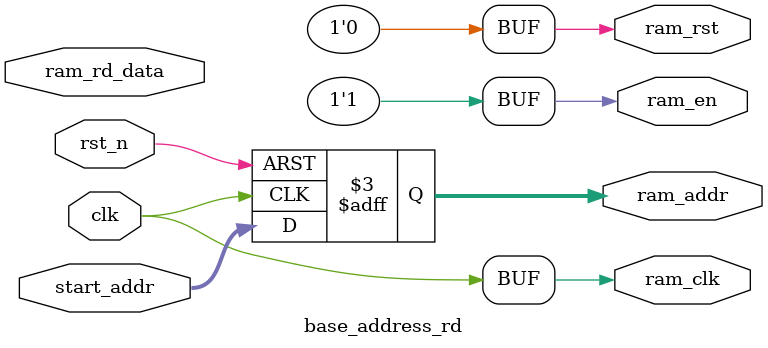
<source format=v>
module base_address_rd(
    input clk ,
    input rst_n ,
    input [31:0] start_addr ,
    output ram_clk , 
    input [31:0] ram_rd_data,
    output reg ram_en ,
    output reg [31:0] ram_addr ,
    output ram_rst
    );

assign ram_rst  = 1'b0;
assign ram_clk  = clk ;
assign ram_en   = 1'b1;

always @(posedge clk or negedge rst_n) begin
    if(!rst_n) begin
        ram_addr <= 32'd0;
    end
    else begin
        ram_addr <= start_addr;
    end
end

endmodule

</source>
